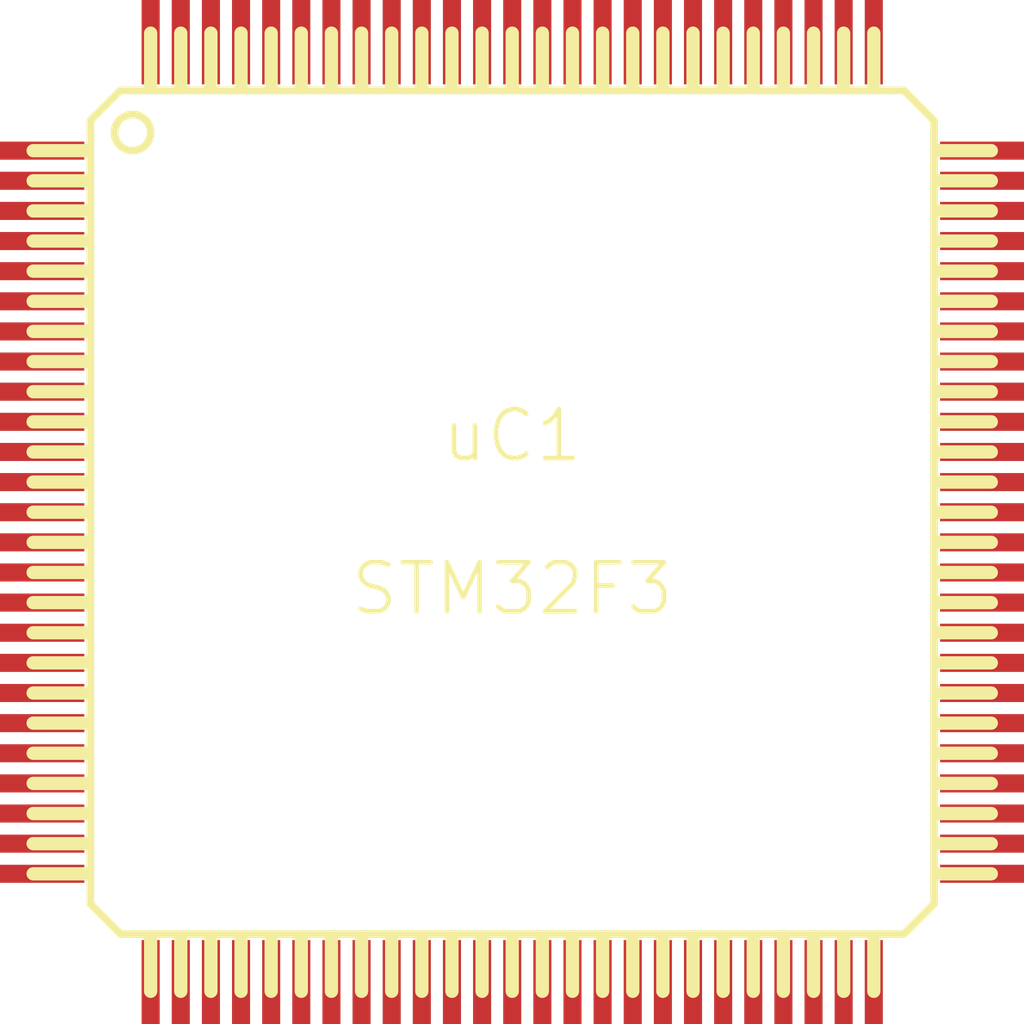
<source format=kicad_pcb>
(kicad_pcb (version 3) (host pcbnew "(2013-jul-07)-stable")

  (general
    (links 0)
    (no_connects 0)
    (area 0 0 0 0)
    (thickness 1.6)
    (drawings 0)
    (tracks 0)
    (zones 0)
    (modules 1)
    (nets 1)
  )

  (page A3)
  (layers
    (15 F.Cu signal)
    (0 B.Cu signal)
    (16 B.Adhes user)
    (17 F.Adhes user)
    (18 B.Paste user)
    (19 F.Paste user)
    (20 B.SilkS user)
    (21 F.SilkS user)
    (22 B.Mask user)
    (23 F.Mask user)
    (24 Dwgs.User user)
    (25 Cmts.User user)
    (26 Eco1.User user)
    (27 Eco2.User user)
    (28 Edge.Cuts user)
  )

  (setup
    (last_trace_width 0.254)
    (trace_clearance 0.254)
    (zone_clearance 0.508)
    (zone_45_only no)
    (trace_min 0.254)
    (segment_width 0.2)
    (edge_width 0.1)
    (via_size 0.889)
    (via_drill 0.635)
    (via_min_size 0.889)
    (via_min_drill 0.508)
    (uvia_size 0.508)
    (uvia_drill 0.127)
    (uvias_allowed no)
    (uvia_min_size 0.508)
    (uvia_min_drill 0.127)
    (pcb_text_width 0.3)
    (pcb_text_size 1.5 1.5)
    (mod_edge_width 0.15)
    (mod_text_size 1 1)
    (mod_text_width 0.15)
    (pad_size 1.5 1.5)
    (pad_drill 0.6)
    (pad_to_mask_clearance 0)
    (aux_axis_origin 0 0)
    (visible_elements FFFFFFBF)
    (pcbplotparams
      (layerselection 3178497)
      (usegerberextensions true)
      (excludeedgelayer true)
      (linewidth 0.150000)
      (plotframeref false)
      (viasonmask false)
      (mode 1)
      (useauxorigin false)
      (hpglpennumber 1)
      (hpglpenspeed 20)
      (hpglpendiameter 15)
      (hpglpenoverlay 2)
      (psnegative false)
      (psa4output false)
      (plotreference true)
      (plotvalue true)
      (plotothertext true)
      (plotinvisibletext false)
      (padsonsilk false)
      (subtractmaskfromsilk false)
      (outputformat 1)
      (mirror false)
      (drillshape 1)
      (scaleselection 1)
      (outputdirectory ""))
  )

  (net 0 "")

  (net_class Default "This is the default net class."
    (clearance 0.254)
    (trace_width 0.254)
    (via_dia 0.889)
    (via_drill 0.635)
    (uvia_dia 0.508)
    (uvia_drill 0.127)
    (add_net "")
  )

  (module AB2_LQFP100 (layer F.Cu) (tedit 52A248CF) (tstamp 52FAD8C9)
    (at 302.006 135.382)
    (path /52FB122A)
    (fp_text reference uC1 (at 0 -1.27) (layer F.SilkS)
      (effects (font (size 0.8128 0.8128) (thickness 0.0762)))
    )
    (fp_text value STM32F3 (at 0 1.27) (layer F.SilkS)
      (effects (font (size 0.8128 0.8128) (thickness 0.0762)))
    )
    (fp_line (start 6 7.05) (end 6 7.95) (layer F.SilkS) (width 0.22))
    (fp_line (start 5.5 7.05) (end 5.5 7.95) (layer F.SilkS) (width 0.22))
    (fp_line (start 5 7.05) (end 5 7.95) (layer F.SilkS) (width 0.22))
    (fp_line (start 4.5 7.05) (end 4.5 7.95) (layer F.SilkS) (width 0.22))
    (fp_line (start 4 7.05) (end 4 7.95) (layer F.SilkS) (width 0.22))
    (fp_line (start 3.5 7.05) (end 3.5 7.95) (layer F.SilkS) (width 0.22))
    (fp_line (start 3 7.05) (end 3 7.95) (layer F.SilkS) (width 0.22))
    (fp_line (start 2.5 7.05) (end 2.5 7.95) (layer F.SilkS) (width 0.22))
    (fp_line (start 2 7.05) (end 2 7.95) (layer F.SilkS) (width 0.22))
    (fp_line (start 1.5 7.05) (end 1.5 7.95) (layer F.SilkS) (width 0.22))
    (fp_line (start 1 7.05) (end 1 7.95) (layer F.SilkS) (width 0.22))
    (fp_line (start 0.5 7.05) (end 0.5 7.95) (layer F.SilkS) (width 0.22))
    (fp_line (start 0 7.05) (end 0 7.95) (layer F.SilkS) (width 0.22))
    (fp_line (start -0.5 7.05) (end -0.5 7.95) (layer F.SilkS) (width 0.22))
    (fp_line (start -1 7.05) (end -1 7.95) (layer F.SilkS) (width 0.22))
    (fp_line (start -1.5 7.05) (end -1.5 7.95) (layer F.SilkS) (width 0.22))
    (fp_line (start -2 7.05) (end -2 7.95) (layer F.SilkS) (width 0.22))
    (fp_line (start -2.5 7.05) (end -2.5 7.95) (layer F.SilkS) (width 0.22))
    (fp_line (start -3 7.05) (end -3 7.95) (layer F.SilkS) (width 0.22))
    (fp_line (start -3.5 7.05) (end -3.5 7.95) (layer F.SilkS) (width 0.22))
    (fp_line (start -4 7.05) (end -4 7.95) (layer F.SilkS) (width 0.22))
    (fp_line (start -4.5 7.05) (end -4.5 7.95) (layer F.SilkS) (width 0.22))
    (fp_line (start -5 7.05) (end -5 7.95) (layer F.SilkS) (width 0.22))
    (fp_line (start -5.5 7.05) (end -5.5 7.95) (layer F.SilkS) (width 0.22))
    (fp_line (start -6 7.05) (end -6 7.95) (layer F.SilkS) (width 0.22))
    (fp_line (start 7.95 6) (end 7.05 6) (layer F.SilkS) (width 0.22))
    (fp_line (start 7.95 5.5) (end 7.05 5.5) (layer F.SilkS) (width 0.22))
    (fp_line (start 7.95 5) (end 7.05 5) (layer F.SilkS) (width 0.22))
    (fp_line (start 7.95 4.5) (end 7.05 4.5) (layer F.SilkS) (width 0.22))
    (fp_line (start 7.95 4) (end 7.05 4) (layer F.SilkS) (width 0.22))
    (fp_line (start 7.95 3.5) (end 7.05 3.5) (layer F.SilkS) (width 0.22))
    (fp_line (start 7.95 3) (end 7.05 3) (layer F.SilkS) (width 0.22))
    (fp_line (start 7.95 2.5) (end 7.05 2.5) (layer F.SilkS) (width 0.22))
    (fp_line (start 7.95 2) (end 7.05 2) (layer F.SilkS) (width 0.22))
    (fp_line (start 7.95 1.5) (end 7.05 1.5) (layer F.SilkS) (width 0.22))
    (fp_line (start 7.95 1) (end 7.05 1) (layer F.SilkS) (width 0.22))
    (fp_line (start 7.95 0.5) (end 7.05 0.5) (layer F.SilkS) (width 0.22))
    (fp_line (start 7.95 0) (end 7.05 0) (layer F.SilkS) (width 0.22))
    (fp_line (start 7.95 -0.5) (end 7.05 -0.5) (layer F.SilkS) (width 0.22))
    (fp_line (start 7.95 -1) (end 7.05 -1) (layer F.SilkS) (width 0.22))
    (fp_line (start 7.95 -1.5) (end 7.05 -1.5) (layer F.SilkS) (width 0.22))
    (fp_line (start 7.95 -2) (end 7.05 -2) (layer F.SilkS) (width 0.22))
    (fp_line (start 7.95 -2.5) (end 7.05 -2.5) (layer F.SilkS) (width 0.22))
    (fp_line (start 7.95 -3) (end 7.05 -3) (layer F.SilkS) (width 0.22))
    (fp_line (start 7.95 -3.5) (end 7.05 -3.5) (layer F.SilkS) (width 0.22))
    (fp_line (start 7.95 -4) (end 7.05 -4) (layer F.SilkS) (width 0.22))
    (fp_line (start 7.95 -4.5) (end 7.05 -4.5) (layer F.SilkS) (width 0.22))
    (fp_line (start 7.95 -5) (end 7.05 -5) (layer F.SilkS) (width 0.22))
    (fp_line (start 7.95 -5.5) (end 7.05 -5.5) (layer F.SilkS) (width 0.22))
    (fp_line (start 7.95 -6) (end 7.05 -6) (layer F.SilkS) (width 0.22))
    (fp_line (start -6 -7.95) (end -6 -7.05) (layer F.SilkS) (width 0.22))
    (fp_line (start -5.5 -7.95) (end -5.5 -7.05) (layer F.SilkS) (width 0.22))
    (fp_line (start -5 -7.95) (end -5 -7.05) (layer F.SilkS) (width 0.22))
    (fp_line (start -4.5 -7.95) (end -4.5 -7.05) (layer F.SilkS) (width 0.22))
    (fp_line (start -4 -7.95) (end -4 -7.05) (layer F.SilkS) (width 0.22))
    (fp_line (start -3.5 -7.95) (end -3.5 -7.05) (layer F.SilkS) (width 0.22))
    (fp_line (start -3 -7.95) (end -3 -7.05) (layer F.SilkS) (width 0.22))
    (fp_line (start -2.5 -7.95) (end -2.5 -7.05) (layer F.SilkS) (width 0.22))
    (fp_line (start -2 -7.95) (end -2 -7.05) (layer F.SilkS) (width 0.22))
    (fp_line (start -1.5 -7.95) (end -1.5 -7.05) (layer F.SilkS) (width 0.22))
    (fp_line (start -1 -7.95) (end -1 -7.05) (layer F.SilkS) (width 0.22))
    (fp_line (start -0.5 -7.95) (end -0.5 -7.05) (layer F.SilkS) (width 0.22))
    (fp_line (start 0 -7.95) (end 0 -7.05) (layer F.SilkS) (width 0.22))
    (fp_line (start 0.5 -7.95) (end 0.5 -7.05) (layer F.SilkS) (width 0.22))
    (fp_line (start 1 -7.95) (end 1 -7.05) (layer F.SilkS) (width 0.22))
    (fp_line (start 1.5 -7.95) (end 1.5 -7.05) (layer F.SilkS) (width 0.22))
    (fp_line (start 2 -7.95) (end 2 -7.05) (layer F.SilkS) (width 0.22))
    (fp_line (start 2.5 -7.95) (end 2.5 -7.05) (layer F.SilkS) (width 0.22))
    (fp_line (start 3 -7.95) (end 3 -7.05) (layer F.SilkS) (width 0.22))
    (fp_line (start 3.5 -7.95) (end 3.5 -7.05) (layer F.SilkS) (width 0.22))
    (fp_line (start 4 -7.95) (end 4 -7.05) (layer F.SilkS) (width 0.22))
    (fp_line (start 4.5 -7.95) (end 4.5 -7.05) (layer F.SilkS) (width 0.22))
    (fp_line (start 5 -7.95) (end 5 -7.05) (layer F.SilkS) (width 0.22))
    (fp_line (start 5.5 -7.95) (end 5.5 -7.05) (layer F.SilkS) (width 0.22))
    (fp_line (start 6 -7.95) (end 6 -7.05) (layer F.SilkS) (width 0.22))
    (fp_line (start -7.05 6) (end -7.95 6) (layer F.SilkS) (width 0.22))
    (fp_line (start -7.05 5.5) (end -7.95 5.5) (layer F.SilkS) (width 0.22))
    (fp_line (start -7.05 5) (end -7.95 5) (layer F.SilkS) (width 0.22))
    (fp_line (start -7.05 4.5) (end -7.95 4.5) (layer F.SilkS) (width 0.22))
    (fp_line (start -7.05 4) (end -7.95 4) (layer F.SilkS) (width 0.22))
    (fp_line (start -7.05 3.5) (end -7.95 3.5) (layer F.SilkS) (width 0.22))
    (fp_line (start -7.05 3) (end -7.95 3) (layer F.SilkS) (width 0.22))
    (fp_line (start -7.05 2.5) (end -7.95 2.5) (layer F.SilkS) (width 0.22))
    (fp_line (start -7.05 2) (end -7.95 2) (layer F.SilkS) (width 0.22))
    (fp_line (start -7.05 1.5) (end -7.95 1.5) (layer F.SilkS) (width 0.22))
    (fp_line (start -7.05 1) (end -7.95 1) (layer F.SilkS) (width 0.22))
    (fp_line (start -7.05 0.5) (end -7.95 0.5) (layer F.SilkS) (width 0.22))
    (fp_line (start -7.05 0) (end -7.95 0) (layer F.SilkS) (width 0.22))
    (fp_line (start -7.05 -0.5) (end -7.95 -0.5) (layer F.SilkS) (width 0.22))
    (fp_line (start -7.05 -1) (end -7.95 -1) (layer F.SilkS) (width 0.22))
    (fp_line (start -7.05 -1.5) (end -7.95 -1.5) (layer F.SilkS) (width 0.22))
    (fp_line (start -7.05 -2) (end -7.95 -2) (layer F.SilkS) (width 0.22))
    (fp_line (start -7.05 -2.5) (end -7.95 -2.5) (layer F.SilkS) (width 0.22))
    (fp_line (start -7.05 -3) (end -7.95 -3) (layer F.SilkS) (width 0.22))
    (fp_line (start -7.05 -3.5) (end -7.95 -3.5) (layer F.SilkS) (width 0.22))
    (fp_line (start -7.05 -4) (end -7.95 -4) (layer F.SilkS) (width 0.22))
    (fp_line (start -7.05 -4.5) (end -7.95 -4.5) (layer F.SilkS) (width 0.22))
    (fp_line (start -7.05 -5) (end -7.95 -5) (layer F.SilkS) (width 0.22))
    (fp_line (start -7.05 -5.5) (end -7.95 -5.5) (layer F.SilkS) (width 0.22))
    (fp_line (start -7.05 -6) (end -7.95 -6) (layer F.SilkS) (width 0.22))
    (fp_line (start -7 -6.5) (end -6.5 -7) (layer F.SilkS) (width 0.127))
    (fp_line (start -6.5 -7) (end 6.5 -7) (layer F.SilkS) (width 0.127))
    (fp_line (start 6.5 -7) (end 7 -6.5) (layer F.SilkS) (width 0.127))
    (fp_line (start 7 -6.5) (end 7 6.5) (layer F.SilkS) (width 0.127))
    (fp_line (start 7 6.5) (end 6.5 7) (layer F.SilkS) (width 0.127))
    (fp_line (start 6.5 7) (end -6.5 7) (layer F.SilkS) (width 0.127))
    (fp_line (start -6.5 7) (end -7 6.5) (layer F.SilkS) (width 0.127))
    (fp_line (start -7 6.5) (end -7 -6.5) (layer F.SilkS) (width 0.127))
    (fp_circle (center -6.3 -6.3) (end -6.3 -6.6) (layer F.SilkS) (width 0.127))
    (pad 100 smd rect (at -6 -7.8 90) (size 1.4 0.3)
      (layers F.Cu F.Paste F.Mask)
    )
    (pad 99 smd rect (at -5.5 -7.8 90) (size 1.4 0.3)
      (layers F.Cu F.Paste F.Mask)
    )
    (pad 98 smd rect (at -5 -7.8 90) (size 1.4 0.3)
      (layers F.Cu F.Paste F.Mask)
    )
    (pad 97 smd rect (at -4.5 -7.8 90) (size 1.4 0.3)
      (layers F.Cu F.Paste F.Mask)
    )
    (pad 96 smd rect (at -4 -7.8 90) (size 1.4 0.3)
      (layers F.Cu F.Paste F.Mask)
    )
    (pad 75 smd rect (at 7.8 -6 180) (size 1.4 0.3)
      (layers F.Cu F.Paste F.Mask)
    )
    (pad 74 smd rect (at 7.8 -5.5 180) (size 1.4 0.3)
      (layers F.Cu F.Paste F.Mask)
    )
    (pad 73 smd rect (at 7.8 -5 180) (size 1.4 0.3)
      (layers F.Cu F.Paste F.Mask)
    )
    (pad 72 smd rect (at 7.8 -4.5 180) (size 1.4 0.3)
      (layers F.Cu F.Paste F.Mask)
    )
    (pad 71 smd rect (at 7.8 -4 180) (size 1.4 0.3)
      (layers F.Cu F.Paste F.Mask)
    )
    (pad 50 smd rect (at 6 7.8 90) (size 1.4 0.3)
      (layers F.Cu F.Paste F.Mask)
    )
    (pad 49 smd rect (at 5.5 7.8 90) (size 1.4 0.3)
      (layers F.Cu F.Paste F.Mask)
    )
    (pad 48 smd rect (at 5 7.8 90) (size 1.4 0.3)
      (layers F.Cu F.Paste F.Mask)
    )
    (pad 47 smd rect (at 4.5 7.8 90) (size 1.4 0.3)
      (layers F.Cu F.Paste F.Mask)
    )
    (pad 46 smd rect (at 4 7.8 90) (size 1.4 0.3)
      (layers F.Cu F.Paste F.Mask)
    )
    (pad 25 smd rect (at -7.8 6) (size 1.4 0.3)
      (layers F.Cu F.Paste F.Mask)
    )
    (pad 24 smd rect (at -7.8 5.5) (size 1.4 0.3)
      (layers F.Cu F.Paste F.Mask)
    )
    (pad 23 smd rect (at -7.8 5) (size 1.4 0.3)
      (layers F.Cu F.Paste F.Mask)
    )
    (pad 22 smd rect (at -7.8 4.5) (size 1.4 0.3)
      (layers F.Cu F.Paste F.Mask)
    )
    (pad 21 smd rect (at -7.8 4) (size 1.4 0.3)
      (layers F.Cu F.Paste F.Mask)
    )
    (pad 95 smd rect (at -3.5 -7.8 90) (size 1.4 0.3)
      (layers F.Cu F.Paste F.Mask)
    )
    (pad 94 smd rect (at -3 -7.8 90) (size 1.4 0.3)
      (layers F.Cu F.Paste F.Mask)
    )
    (pad 93 smd rect (at -2.5 -7.8 90) (size 1.4 0.3)
      (layers F.Cu F.Paste F.Mask)
    )
    (pad 92 smd rect (at -2 -7.8 90) (size 1.4 0.3)
      (layers F.Cu F.Paste F.Mask)
    )
    (pad 70 smd rect (at 7.8 -3.5 180) (size 1.4 0.3)
      (layers F.Cu F.Paste F.Mask)
    )
    (pad 69 smd rect (at 7.8 -3 180) (size 1.4 0.3)
      (layers F.Cu F.Paste F.Mask)
    )
    (pad 68 smd rect (at 7.8 -2.5 180) (size 1.4 0.3)
      (layers F.Cu F.Paste F.Mask)
    )
    (pad 67 smd rect (at 7.8 -2 180) (size 1.4 0.3)
      (layers F.Cu F.Paste F.Mask)
    )
    (pad 45 smd rect (at 3.5 7.8 90) (size 1.4 0.3)
      (layers F.Cu F.Paste F.Mask)
    )
    (pad 44 smd rect (at 3 7.8 90) (size 1.4 0.3)
      (layers F.Cu F.Paste F.Mask)
    )
    (pad 43 smd rect (at 2.5 7.8 90) (size 1.4 0.3)
      (layers F.Cu F.Paste F.Mask)
    )
    (pad 42 smd rect (at 2 7.8 90) (size 1.4 0.3)
      (layers F.Cu F.Paste F.Mask)
    )
    (pad 20 smd rect (at -7.8 3.5) (size 1.4 0.3)
      (layers F.Cu F.Paste F.Mask)
    )
    (pad 19 smd rect (at -7.8 3) (size 1.4 0.3)
      (layers F.Cu F.Paste F.Mask)
    )
    (pad 18 smd rect (at -7.8 2.5) (size 1.4 0.3)
      (layers F.Cu F.Paste F.Mask)
    )
    (pad 17 smd rect (at -7.8 2) (size 1.4 0.3)
      (layers F.Cu F.Paste F.Mask)
    )
    (pad 88 smd rect (at 0 -7.8 90) (size 1.4 0.3)
      (layers F.Cu F.Paste F.Mask)
    )
    (pad 91 smd rect (at -1.5 -7.8 90) (size 1.4 0.3)
      (layers F.Cu F.Paste F.Mask)
    )
    (pad 90 smd rect (at -1 -7.8 90) (size 1.4 0.3)
      (layers F.Cu F.Paste F.Mask)
    )
    (pad 89 smd rect (at -0.5 -7.8 90) (size 1.4 0.3)
      (layers F.Cu F.Paste F.Mask)
    )
    (pad 87 smd rect (at 0.5 -7.8 90) (size 1.4 0.3)
      (layers F.Cu F.Paste F.Mask)
    )
    (pad 86 smd rect (at 1 -7.8 90) (size 1.4 0.3)
      (layers F.Cu F.Paste F.Mask)
    )
    (pad 85 smd rect (at 1.5 -7.8 90) (size 1.4 0.3)
      (layers F.Cu F.Paste F.Mask)
    )
    (pad 84 smd rect (at 2 -7.8 90) (size 1.4 0.3)
      (layers F.Cu F.Paste F.Mask)
    )
    (pad 83 smd rect (at 2.5 -7.8 90) (size 1.4 0.3)
      (layers F.Cu F.Paste F.Mask)
    )
    (pad 82 smd rect (at 3 -7.8 90) (size 1.4 0.3)
      (layers F.Cu F.Paste F.Mask)
    )
    (pad 81 smd rect (at 3.5 -7.8 90) (size 1.4 0.3)
      (layers F.Cu F.Paste F.Mask)
    )
    (pad 80 smd rect (at 4 -7.8 90) (size 1.4 0.3)
      (layers F.Cu F.Paste F.Mask)
    )
    (pad 79 smd rect (at 4.5 -7.8 90) (size 1.4 0.3)
      (layers F.Cu F.Paste F.Mask)
    )
    (pad 78 smd rect (at 5 -7.8 90) (size 1.4 0.3)
      (layers F.Cu F.Paste F.Mask)
    )
    (pad 77 smd rect (at 5.5 -7.8 90) (size 1.4 0.3)
      (layers F.Cu F.Paste F.Mask)
    )
    (pad 76 smd rect (at 6 -7.8 90) (size 1.4 0.3)
      (layers F.Cu F.Paste F.Mask)
    )
    (pad 54 smd rect (at 7.8 4.5 180) (size 1.4 0.3)
      (layers F.Cu F.Paste F.Mask)
    )
    (pad 51 smd rect (at 7.8 6 180) (size 1.4 0.3)
      (layers F.Cu F.Paste F.Mask)
    )
    (pad 52 smd rect (at 7.8 5.5 180) (size 1.4 0.3)
      (layers F.Cu F.Paste F.Mask)
    )
    (pad 53 smd rect (at 7.8 5 180) (size 1.4 0.3)
      (layers F.Cu F.Paste F.Mask)
    )
    (pad 55 smd rect (at 7.8 4 180) (size 1.4 0.3)
      (layers F.Cu F.Paste F.Mask)
    )
    (pad 56 smd rect (at 7.8 3.5 180) (size 1.4 0.3)
      (layers F.Cu F.Paste F.Mask)
    )
    (pad 57 smd rect (at 7.8 3 180) (size 1.4 0.3)
      (layers F.Cu F.Paste F.Mask)
    )
    (pad 58 smd rect (at 7.8 2.5 180) (size 1.4 0.3)
      (layers F.Cu F.Paste F.Mask)
    )
    (pad 59 smd rect (at 7.8 2 180) (size 1.4 0.3)
      (layers F.Cu F.Paste F.Mask)
    )
    (pad 60 smd rect (at 7.8 1.5 180) (size 1.4 0.3)
      (layers F.Cu F.Paste F.Mask)
    )
    (pad 61 smd rect (at 7.8 1 180) (size 1.4 0.3)
      (layers F.Cu F.Paste F.Mask)
    )
    (pad 62 smd rect (at 7.8 0.5 180) (size 1.4 0.3)
      (layers F.Cu F.Paste F.Mask)
    )
    (pad 63 smd rect (at 7.8 0 180) (size 1.4 0.3)
      (layers F.Cu F.Paste F.Mask)
    )
    (pad 64 smd rect (at 7.8 -0.5 180) (size 1.4 0.3)
      (layers F.Cu F.Paste F.Mask)
    )
    (pad 65 smd rect (at 7.8 -1 180) (size 1.4 0.3)
      (layers F.Cu F.Paste F.Mask)
    )
    (pad 66 smd rect (at 7.8 -1.5 180) (size 1.4 0.3)
      (layers F.Cu F.Paste F.Mask)
    )
    (pad 41 smd rect (at 1.5 7.8 90) (size 1.4 0.3)
      (layers F.Cu F.Paste F.Mask)
    )
    (pad 40 smd rect (at 1 7.8 90) (size 1.4 0.3)
      (layers F.Cu F.Paste F.Mask)
    )
    (pad 39 smd rect (at 0.5 7.8 90) (size 1.4 0.3)
      (layers F.Cu F.Paste F.Mask)
    )
    (pad 38 smd rect (at 0 7.8 90) (size 1.4 0.3)
      (layers F.Cu F.Paste F.Mask)
    )
    (pad 37 smd rect (at -0.5 7.8 90) (size 1.4 0.3)
      (layers F.Cu F.Paste F.Mask)
    )
    (pad 36 smd rect (at -1 7.8 90) (size 1.4 0.3)
      (layers F.Cu F.Paste F.Mask)
    )
    (pad 35 smd rect (at -1.5 7.8 90) (size 1.4 0.3)
      (layers F.Cu F.Paste F.Mask)
    )
    (pad 34 smd rect (at -2 7.8 90) (size 1.4 0.3)
      (layers F.Cu F.Paste F.Mask)
    )
    (pad 33 smd rect (at -2.5 7.8 90) (size 1.4 0.3)
      (layers F.Cu F.Paste F.Mask)
    )
    (pad 32 smd rect (at -3 7.8 90) (size 1.4 0.3)
      (layers F.Cu F.Paste F.Mask)
    )
    (pad 31 smd rect (at -3.5 7.8 90) (size 1.4 0.3)
      (layers F.Cu F.Paste F.Mask)
    )
    (pad 30 smd rect (at -4 7.8 90) (size 1.4 0.3)
      (layers F.Cu F.Paste F.Mask)
    )
    (pad 28 smd rect (at -5 7.8 90) (size 1.4 0.3)
      (layers F.Cu F.Paste F.Mask)
    )
    (pad 27 smd rect (at -5.5 7.8 90) (size 1.4 0.3)
      (layers F.Cu F.Paste F.Mask)
    )
    (pad 26 smd rect (at -6 7.8 90) (size 1.4 0.3)
      (layers F.Cu F.Paste F.Mask)
    )
    (pad 29 smd rect (at -4.5 7.8 90) (size 1.4 0.3)
      (layers F.Cu F.Paste F.Mask)
    )
    (pad 4 smd rect (at -7.8 -4.5) (size 1.4 0.3)
      (layers F.Cu F.Paste F.Mask)
    )
    (pad 1 smd rect (at -7.8 -6) (size 1.4 0.3)
      (layers F.Cu F.Paste F.Mask)
    )
    (pad 2 smd rect (at -7.8 -5.5) (size 1.4 0.3)
      (layers F.Cu F.Paste F.Mask)
    )
    (pad 3 smd rect (at -7.8 -5) (size 1.4 0.3)
      (layers F.Cu F.Paste F.Mask)
    )
    (pad 5 smd rect (at -7.8 -4) (size 1.4 0.3)
      (layers F.Cu F.Paste F.Mask)
    )
    (pad 6 smd rect (at -7.8 -3.5) (size 1.4 0.3)
      (layers F.Cu F.Paste F.Mask)
    )
    (pad 7 smd rect (at -7.8 -3) (size 1.4 0.3)
      (layers F.Cu F.Paste F.Mask)
    )
    (pad 8 smd rect (at -7.8 -2.5) (size 1.4 0.3)
      (layers F.Cu F.Paste F.Mask)
    )
    (pad 9 smd rect (at -7.8 -2) (size 1.4 0.3)
      (layers F.Cu F.Paste F.Mask)
    )
    (pad 10 smd rect (at -7.8 -1.5) (size 1.4 0.3)
      (layers F.Cu F.Paste F.Mask)
    )
    (pad 11 smd rect (at -7.8 -1) (size 1.4 0.3)
      (layers F.Cu F.Paste F.Mask)
    )
    (pad 12 smd rect (at -7.8 -0.5) (size 1.4 0.3)
      (layers F.Cu F.Paste F.Mask)
    )
    (pad 13 smd rect (at -7.8 0) (size 1.4 0.3)
      (layers F.Cu F.Paste F.Mask)
    )
    (pad 14 smd rect (at -7.8 0.5) (size 1.4 0.3)
      (layers F.Cu F.Paste F.Mask)
    )
    (pad 15 smd rect (at -7.8 1) (size 1.4 0.3)
      (layers F.Cu F.Paste F.Mask)
    )
    (pad 16 smd rect (at -7.8 1.5) (size 1.4 0.3)
      (layers F.Cu F.Paste F.Mask)
    )
    (model ../3d_models/ab2_lqfp/AB2_LQFP100.wrl
      (at (xyz 0 0 0))
      (scale (xyz 0.3937 0.3937 0.3937))
      (rotate (xyz 0 0 -90))
    )
  )

)

</source>
